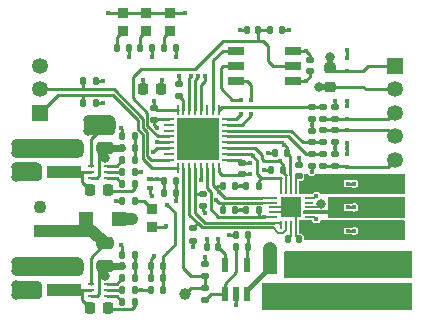
<source format=gbr>
%TF.GenerationSoftware,KiCad,Pcbnew,(6.0.10)*%
%TF.CreationDate,2024-02-10T14:34:54+01:00*%
%TF.ProjectId,TMC6300_HAL,544d4336-3330-4305-9f48-414c2e6b6963,rev?*%
%TF.SameCoordinates,Original*%
%TF.FileFunction,Copper,L1,Top*%
%TF.FilePolarity,Positive*%
%FSLAX46Y46*%
G04 Gerber Fmt 4.6, Leading zero omitted, Abs format (unit mm)*
G04 Created by KiCad (PCBNEW (6.0.10)) date 2024-02-10 14:34:54*
%MOMM*%
%LPD*%
G01*
G04 APERTURE LIST*
G04 Aperture macros list*
%AMRoundRect*
0 Rectangle with rounded corners*
0 $1 Rounding radius*
0 $2 $3 $4 $5 $6 $7 $8 $9 X,Y pos of 4 corners*
0 Add a 4 corners polygon primitive as box body*
4,1,4,$2,$3,$4,$5,$6,$7,$8,$9,$2,$3,0*
0 Add four circle primitives for the rounded corners*
1,1,$1+$1,$2,$3*
1,1,$1+$1,$4,$5*
1,1,$1+$1,$6,$7*
1,1,$1+$1,$8,$9*
0 Add four rect primitives between the rounded corners*
20,1,$1+$1,$2,$3,$4,$5,0*
20,1,$1+$1,$4,$5,$6,$7,0*
20,1,$1+$1,$6,$7,$8,$9,0*
20,1,$1+$1,$8,$9,$2,$3,0*%
G04 Aperture macros list end*
%TA.AperFunction,SMDPad,CuDef*%
%ADD10RoundRect,0.135000X-0.135000X-0.185000X0.135000X-0.185000X0.135000X0.185000X-0.135000X0.185000X0*%
%TD*%
%TA.AperFunction,SMDPad,CuDef*%
%ADD11R,0.950000X0.950000*%
%TD*%
%TA.AperFunction,SMDPad,CuDef*%
%ADD12RoundRect,0.135000X0.135000X0.185000X-0.135000X0.185000X-0.135000X-0.185000X0.135000X-0.185000X0*%
%TD*%
%TA.AperFunction,SMDPad,CuDef*%
%ADD13RoundRect,0.140000X0.140000X0.170000X-0.140000X0.170000X-0.140000X-0.170000X0.140000X-0.170000X0*%
%TD*%
%TA.AperFunction,SMDPad,CuDef*%
%ADD14R,0.500000X0.400000*%
%TD*%
%TA.AperFunction,SMDPad,CuDef*%
%ADD15R,1.200000X1.200000*%
%TD*%
%TA.AperFunction,SMDPad,CuDef*%
%ADD16R,3.000000X1.000000*%
%TD*%
%TA.AperFunction,SMDPad,CuDef*%
%ADD17R,0.600000X0.250000*%
%TD*%
%TA.AperFunction,SMDPad,CuDef*%
%ADD18RoundRect,0.225000X0.225000X0.250000X-0.225000X0.250000X-0.225000X-0.250000X0.225000X-0.250000X0*%
%TD*%
%TA.AperFunction,SMDPad,CuDef*%
%ADD19RoundRect,0.250000X-0.475000X0.250000X-0.475000X-0.250000X0.475000X-0.250000X0.475000X0.250000X0*%
%TD*%
%TA.AperFunction,SMDPad,CuDef*%
%ADD20RoundRect,0.135000X-0.185000X0.135000X-0.185000X-0.135000X0.185000X-0.135000X0.185000X0.135000X0*%
%TD*%
%TA.AperFunction,SMDPad,CuDef*%
%ADD21R,0.430000X0.320000*%
%TD*%
%TA.AperFunction,SMDPad,CuDef*%
%ADD22R,0.320000X0.430000*%
%TD*%
%TA.AperFunction,SMDPad,CuDef*%
%ADD23R,0.850000X0.250000*%
%TD*%
%TA.AperFunction,SMDPad,CuDef*%
%ADD24R,0.250000X0.850000*%
%TD*%
%TA.AperFunction,SMDPad,CuDef*%
%ADD25R,3.600000X3.600000*%
%TD*%
%TA.AperFunction,SMDPad,CuDef*%
%ADD26RoundRect,0.140000X-0.170000X0.140000X-0.170000X-0.140000X0.170000X-0.140000X0.170000X0.140000X0*%
%TD*%
%TA.AperFunction,ComponentPad*%
%ADD27R,1.350000X1.350000*%
%TD*%
%TA.AperFunction,ComponentPad*%
%ADD28C,1.350000*%
%TD*%
%TA.AperFunction,SMDPad,CuDef*%
%ADD29RoundRect,0.225000X-0.250000X0.225000X-0.250000X-0.225000X0.250000X-0.225000X0.250000X0.225000X0*%
%TD*%
%TA.AperFunction,SMDPad,CuDef*%
%ADD30R,1.150000X1.150000*%
%TD*%
%TA.AperFunction,SMDPad,CuDef*%
%ADD31R,1.385000X0.650000*%
%TD*%
%TA.AperFunction,SMDPad,CuDef*%
%ADD32R,0.200000X0.800000*%
%TD*%
%TA.AperFunction,SMDPad,CuDef*%
%ADD33R,0.800000X0.200000*%
%TD*%
%TA.AperFunction,SMDPad,CuDef*%
%ADD34R,1.800000X1.800000*%
%TD*%
%TA.AperFunction,SMDPad,CuDef*%
%ADD35RoundRect,0.140000X0.170000X-0.140000X0.170000X0.140000X-0.170000X0.140000X-0.170000X-0.140000X0*%
%TD*%
%TA.AperFunction,SMDPad,CuDef*%
%ADD36RoundRect,0.135000X0.185000X-0.135000X0.185000X0.135000X-0.185000X0.135000X-0.185000X-0.135000X0*%
%TD*%
%TA.AperFunction,SMDPad,CuDef*%
%ADD37RoundRect,0.140000X-0.140000X-0.170000X0.140000X-0.170000X0.140000X0.170000X-0.140000X0.170000X0*%
%TD*%
%TA.AperFunction,ComponentPad*%
%ADD38R,1.100000X1.100000*%
%TD*%
%TA.AperFunction,ComponentPad*%
%ADD39C,1.100000*%
%TD*%
%TA.AperFunction,SMDPad,CuDef*%
%ADD40C,1.000000*%
%TD*%
%TA.AperFunction,SMDPad,CuDef*%
%ADD41R,0.600000X1.200000*%
%TD*%
%TA.AperFunction,SMDPad,CuDef*%
%ADD42RoundRect,0.225000X-0.225000X-0.250000X0.225000X-0.250000X0.225000X0.250000X-0.225000X0.250000X0*%
%TD*%
%TA.AperFunction,ViaPad*%
%ADD43C,0.450000*%
%TD*%
%TA.AperFunction,ViaPad*%
%ADD44C,0.800000*%
%TD*%
%TA.AperFunction,Conductor*%
%ADD45C,0.250000*%
%TD*%
%TA.AperFunction,Conductor*%
%ADD46C,0.200000*%
%TD*%
%TA.AperFunction,Conductor*%
%ADD47C,0.600000*%
%TD*%
%TA.AperFunction,Conductor*%
%ADD48C,0.500000*%
%TD*%
%TA.AperFunction,Conductor*%
%ADD49C,1.000000*%
%TD*%
%TA.AperFunction,Conductor*%
%ADD50C,0.400000*%
%TD*%
%TA.AperFunction,Conductor*%
%ADD51C,1.200000*%
%TD*%
G04 APERTURE END LIST*
D10*
%TO.P,R109,1*%
%TO.N,Net-(LED103-Pad2)*%
X220490000Y-61000000D03*
%TO.P,R109,2*%
%TO.N,Net-(IC101-Pad28)*%
X221510000Y-61000000D03*
%TD*%
%TO.P,R108,1*%
%TO.N,Net-(LED102-Pad2)*%
X218490000Y-61000000D03*
%TO.P,R108,2*%
%TO.N,Net-(IC101-Pad29)*%
X219510000Y-61000000D03*
%TD*%
D11*
%TO.P,LED103,1*%
%TO.N,VSS*%
X221000000Y-58050000D03*
%TO.P,LED103,2*%
%TO.N,Net-(LED103-Pad2)*%
X221000000Y-59550000D03*
%TD*%
%TO.P,LED102,1*%
%TO.N,VSS*%
X219000000Y-58050000D03*
%TO.P,LED102,2*%
%TO.N,Net-(LED102-Pad2)*%
X219000000Y-59550000D03*
%TD*%
D10*
%TO.P,R107,2*%
%TO.N,VS_ADC*%
X220410000Y-80500000D03*
%TO.P,R107,1*%
%TO.N,VSS*%
X219390000Y-80500000D03*
%TD*%
D12*
%TO.P,R106,2*%
%TO.N,VS*%
X219390000Y-81500000D03*
%TO.P,R106,1*%
%TO.N,VS_ADC*%
X220410000Y-81500000D03*
%TD*%
D13*
%TO.P,C108,2*%
%TO.N,VSS*%
X219420000Y-79500000D03*
%TO.P,C108,1*%
%TO.N,VS_ADC*%
X220380000Y-79500000D03*
%TD*%
D10*
%TO.P,R105,1*%
%TO.N,Net-(LED101-Pad2)*%
X216490000Y-61000000D03*
%TO.P,R105,2*%
%TO.N,Net-(IC101-Pad30)*%
X217510000Y-61000000D03*
%TD*%
D11*
%TO.P,LED101,1*%
%TO.N,VSS*%
X217000000Y-58050000D03*
%TO.P,LED101,2*%
%TO.N,Net-(LED101-Pad2)*%
X217000000Y-59550000D03*
%TD*%
D14*
%TO.P,FB101,1,1*%
%TO.N,VDDA*%
X219300000Y-72100000D03*
%TO.P,FB101,2,2*%
%TO.N,VDD*%
X219300000Y-72900000D03*
%TD*%
D13*
%TO.P,C107,1*%
%TO.N,GND*%
X221480000Y-72300000D03*
%TO.P,C107,2*%
%TO.N,VDDA*%
X220520000Y-72300000D03*
%TD*%
%TO.P,C106,1*%
%TO.N,GND*%
X221480000Y-73300000D03*
%TO.P,C106,2*%
%TO.N,VDDA*%
X220520000Y-73300000D03*
%TD*%
D15*
%TO.P,D301,1*%
%TO.N,VS*%
X213900000Y-75500000D03*
%TO.P,D301,2*%
%TO.N,VSS*%
X216700000Y-75500000D03*
%TD*%
D12*
%TO.P,R311,1*%
%TO.N,Net-(LED301-Pad2)*%
X218010000Y-74000000D03*
%TO.P,R311,2*%
%TO.N,VDD*%
X216990000Y-74000000D03*
%TD*%
%TO.P,R310,1*%
%TO.N,Net-(R306-Pad2)*%
X218010000Y-68500000D03*
%TO.P,R310,2*%
%TO.N,VDD*%
X216990000Y-68500000D03*
%TD*%
D10*
%TO.P,R309,1*%
%TO.N,VSS*%
X216990000Y-69500000D03*
%TO.P,R309,2*%
%TO.N,Net-(R306-Pad2)*%
X218010000Y-69500000D03*
%TD*%
D12*
%TO.P,R308,2*%
%TO.N,/5V0*%
X216990000Y-78500000D03*
%TO.P,R308,1*%
%TO.N,Net-(R305-Pad2)*%
X218010000Y-78500000D03*
%TD*%
D10*
%TO.P,R307,2*%
%TO.N,Net-(R305-Pad2)*%
X218010000Y-79500000D03*
%TO.P,R307,1*%
%TO.N,VSS*%
X216990000Y-79500000D03*
%TD*%
%TO.P,R306,2*%
%TO.N,Net-(R306-Pad2)*%
X218010000Y-70500000D03*
%TO.P,R306,1*%
%TO.N,Net-(IC302-Pad6)*%
X216990000Y-70500000D03*
%TD*%
%TO.P,R305,2*%
%TO.N,Net-(R305-Pad2)*%
X218010000Y-80500000D03*
%TO.P,R305,1*%
%TO.N,Net-(IC301-Pad6)*%
X216990000Y-80500000D03*
%TD*%
D12*
%TO.P,R304,1*%
%TO.N,VS*%
X218010000Y-71500000D03*
%TO.P,R304,2*%
%TO.N,Net-(IC302-Pad5)*%
X216990000Y-71500000D03*
%TD*%
%TO.P,R303,2*%
%TO.N,Net-(IC301-Pad5)*%
X216990000Y-81500000D03*
%TO.P,R303,1*%
%TO.N,VS*%
X218010000Y-81500000D03*
%TD*%
D10*
%TO.P,R302,1*%
%TO.N,Net-(IC302-Pad4)*%
X216990000Y-72500000D03*
%TO.P,R302,2*%
%TO.N,Net-(C306-Pad1)*%
X218010000Y-72500000D03*
%TD*%
%TO.P,R301,2*%
%TO.N,Net-(C305-Pad1)*%
X218010000Y-82500000D03*
%TO.P,R301,1*%
%TO.N,Net-(IC301-Pad4)*%
X216990000Y-82500000D03*
%TD*%
D11*
%TO.P,LED301,1*%
%TO.N,VSS*%
X219500000Y-76150000D03*
%TO.P,LED301,2*%
%TO.N,Net-(LED301-Pad2)*%
X219500000Y-74650000D03*
%TD*%
D16*
%TO.P,L302,1*%
%TO.N,VDD*%
X212000000Y-69500000D03*
%TO.P,L302,2*%
%TO.N,Net-(C306-Pad2)*%
X212000000Y-71500000D03*
%TD*%
%TO.P,L301,2*%
%TO.N,Net-(C305-Pad2)*%
X212000000Y-81500000D03*
%TO.P,L301,1*%
%TO.N,/5V0*%
X212000000Y-79500000D03*
%TD*%
D17*
%TO.P,IC302,1,VIN*%
%TO.N,VS*%
X214300000Y-71000000D03*
%TO.P,IC302,2,SW*%
%TO.N,Net-(C306-Pad2)*%
X214300000Y-71500000D03*
%TO.P,IC302,3,GND*%
%TO.N,VSS*%
X214300000Y-72000000D03*
%TO.P,IC302,4,BST*%
%TO.N,Net-(IC302-Pad4)*%
X215700000Y-72000000D03*
%TO.P,IC302,5,EN*%
%TO.N,Net-(IC302-Pad5)*%
X215700000Y-71500000D03*
%TO.P,IC302,6,FB*%
%TO.N,Net-(IC302-Pad6)*%
X215700000Y-71000000D03*
%TD*%
%TO.P,IC301,6,FB*%
%TO.N,Net-(IC301-Pad6)*%
X215700000Y-81000000D03*
%TO.P,IC301,5,EN*%
%TO.N,Net-(IC301-Pad5)*%
X215700000Y-81500000D03*
%TO.P,IC301,4,BST*%
%TO.N,Net-(IC301-Pad4)*%
X215700000Y-82000000D03*
%TO.P,IC301,3,GND*%
%TO.N,VSS*%
X214300000Y-82000000D03*
%TO.P,IC301,2,SW*%
%TO.N,Net-(C305-Pad2)*%
X214300000Y-81500000D03*
%TO.P,IC301,1,VIN*%
%TO.N,VS*%
X214300000Y-81000000D03*
%TD*%
D18*
%TO.P,C306,2*%
%TO.N,Net-(C306-Pad2)*%
X214225000Y-73000000D03*
%TO.P,C306,1*%
%TO.N,Net-(C306-Pad1)*%
X215775000Y-73000000D03*
%TD*%
%TO.P,C305,1*%
%TO.N,Net-(C305-Pad1)*%
X215775000Y-83000000D03*
%TO.P,C305,2*%
%TO.N,Net-(C305-Pad2)*%
X214225000Y-83000000D03*
%TD*%
D19*
%TO.P,C304,1*%
%TO.N,VS*%
X215500000Y-67550000D03*
%TO.P,C304,2*%
%TO.N,VSS*%
X215500000Y-69450000D03*
%TD*%
%TO.P,C303,2*%
%TO.N,VSS*%
X215500000Y-79450000D03*
%TO.P,C303,1*%
%TO.N,VS*%
X215500000Y-77550000D03*
%TD*%
%TO.P,C302,1*%
%TO.N,VDD*%
X209300000Y-69550000D03*
%TO.P,C302,2*%
%TO.N,VSS*%
X209300000Y-71450000D03*
%TD*%
%TO.P,C301,2*%
%TO.N,VSS*%
X209300000Y-81450000D03*
%TO.P,C301,1*%
%TO.N,/5V0*%
X209300000Y-79550000D03*
%TD*%
%TO.P,C204,1*%
%TO.N,VS*%
X236700000Y-79750000D03*
%TO.P,C204,2*%
%TO.N,VSS*%
X236700000Y-81650000D03*
%TD*%
D20*
%TO.P,R101,1*%
%TO.N,VSS*%
X221800000Y-64040000D03*
%TO.P,R101,2*%
%TO.N,/BOOT0*%
X221800000Y-65060000D03*
%TD*%
D21*
%TO.P,D102,1*%
%TO.N,/BLDC_V*%
X234950000Y-74500000D03*
%TO.P,D102,2*%
%TO.N,VSS*%
X236050000Y-74500000D03*
%TD*%
D22*
%TO.P,D401,1*%
%TO.N,/RAW_HALL_A*%
X236000000Y-67050000D03*
%TO.P,D401,2*%
%TO.N,VSS*%
X236000000Y-65950000D03*
%TD*%
D10*
%TO.P,R205,1*%
%TO.N,VSS*%
X229890000Y-69900000D03*
%TO.P,R205,2*%
%TO.N,/BLDC_UH*%
X230910000Y-69900000D03*
%TD*%
D23*
%TO.P,IC101,1,VDD_1*%
%TO.N,VDD*%
X220950000Y-67000000D03*
%TO.P,IC101,2,PC14-OSC32_IN*%
%TO.N,unconnected-(IC101-Pad2)*%
X220950000Y-67500000D03*
%TO.P,IC101,3,PC15-OSC32_OUT*%
%TO.N,unconnected-(IC101-Pad3)*%
X220950000Y-68000000D03*
%TO.P,IC101,4,NRST*%
%TO.N,NRST*%
X220950000Y-68500000D03*
%TO.P,IC101,5,VDDA/VREF+*%
%TO.N,VDDA*%
X220950000Y-69000000D03*
%TO.P,IC101,6,PA0/CK_IN*%
%TO.N,VS_ADC*%
X220950000Y-69500000D03*
%TO.P,IC101,7,PA1*%
%TO.N,unconnected-(IC101-Pad7)*%
X220950000Y-70000000D03*
%TO.P,IC101,8,PA2*%
%TO.N,/CMD_RX*%
X220950000Y-70500000D03*
D24*
%TO.P,IC101,9,PA3*%
%TO.N,/CMD_TX*%
X221650000Y-71200000D03*
%TO.P,IC101,10,PA4*%
%TO.N,/BLDC_ISENSE*%
X222150000Y-71200000D03*
%TO.P,IC101,11,PA5*%
%TO.N,/BLDC_DIAG*%
X222650000Y-71200000D03*
%TO.P,IC101,12,PA6*%
%TO.N,/BLDC_NSTBY*%
X223150000Y-71200000D03*
%TO.P,IC101,13,PA7*%
%TO.N,/BLDC_WL*%
X223650000Y-71200000D03*
%TO.P,IC101,14,PB0*%
%TO.N,/BLDC_VL*%
X224150000Y-71200000D03*
%TO.P,IC101,15,PB1*%
%TO.N,/BLDC_UL*%
X224650000Y-71200000D03*
%TO.P,IC101,16,VSS_1*%
%TO.N,VSS*%
X225150000Y-71200000D03*
D23*
%TO.P,IC101,17,VDD_2*%
%TO.N,VDD*%
X225850000Y-70500000D03*
%TO.P,IC101,18,PA8*%
%TO.N,/BLDC_WH*%
X225850000Y-70000000D03*
%TO.P,IC101,19,PA9*%
%TO.N,/BLDC_VH*%
X225850000Y-69500000D03*
%TO.P,IC101,20,PA10*%
%TO.N,/BLDC_UH*%
X225850000Y-69000000D03*
%TO.P,IC101,21,PA11*%
%TO.N,/HALL_C*%
X225850000Y-68500000D03*
%TO.P,IC101,22,PA12*%
%TO.N,/HALL_B*%
X225850000Y-68000000D03*
%TO.P,IC101,23,PA13*%
%TO.N,SYS_SWDIO*%
X225850000Y-67500000D03*
%TO.P,IC101,24,PA14*%
%TO.N,SYS_SWCLK*%
X225850000Y-67000000D03*
D24*
%TO.P,IC101,25,PA15*%
%TO.N,/HALL_A*%
X225150000Y-66300000D03*
%TO.P,IC101,26,PB3*%
%TO.N,SYS_SWO*%
X224650000Y-66300000D03*
%TO.P,IC101,27,PB4*%
%TO.N,unconnected-(IC101-Pad27)*%
X224150000Y-66300000D03*
%TO.P,IC101,28,PB5*%
%TO.N,Net-(IC101-Pad28)*%
X223650000Y-66300000D03*
%TO.P,IC101,29,PB6*%
%TO.N,Net-(IC101-Pad29)*%
X223150000Y-66300000D03*
%TO.P,IC101,30,PB7*%
%TO.N,Net-(IC101-Pad30)*%
X222650000Y-66300000D03*
%TO.P,IC101,31,PH3/BOOT0*%
%TO.N,/BOOT0*%
X222150000Y-66300000D03*
%TO.P,IC101,32,VSS_2*%
%TO.N,VSS*%
X221650000Y-66300000D03*
D25*
%TO.P,IC101,33,GND*%
X223400000Y-68750000D03*
%TD*%
D20*
%TO.P,R405,1*%
%TO.N,/HALL_C*%
X234000000Y-69990000D03*
%TO.P,R405,2*%
%TO.N,/RAW_HALL_C*%
X234000000Y-71010000D03*
%TD*%
D10*
%TO.P,R204,1*%
%TO.N,/BLDC_WL*%
X225490000Y-74700000D03*
%TO.P,R204,2*%
%TO.N,VSS*%
X226510000Y-74700000D03*
%TD*%
D26*
%TO.P,C102,1*%
%TO.N,VDD*%
X227150000Y-70750000D03*
%TO.P,C102,2*%
%TO.N,VSS*%
X227150000Y-71710000D03*
%TD*%
D27*
%TO.P,J101,1,1*%
%TO.N,/5V0*%
X240050000Y-62500000D03*
D28*
%TO.P,J101,2,2*%
%TO.N,VSS*%
X240050000Y-64500000D03*
%TO.P,J101,3,3*%
%TO.N,/RAW_HALL_A*%
X240050000Y-66500000D03*
%TO.P,J101,4,4*%
%TO.N,/RAW_HALL_B*%
X240050000Y-68500000D03*
%TO.P,J101,5,5*%
%TO.N,/RAW_HALL_C*%
X240050000Y-70500000D03*
%TO.P,J101,6,6*%
%TO.N,/BLDC_W*%
X240050000Y-72500000D03*
%TO.P,J101,7,7*%
%TO.N,/BLDC_V*%
X240050000Y-74500000D03*
%TO.P,J101,8,8*%
%TO.N,/BLDC_U*%
X240050000Y-76500000D03*
%TD*%
D19*
%TO.P,C205,1*%
%TO.N,VS*%
X234700000Y-79750000D03*
%TO.P,C205,2*%
%TO.N,VSS*%
X234700000Y-81650000D03*
%TD*%
D29*
%TO.P,C403,1*%
%TO.N,/5V0*%
X234600000Y-62725000D03*
%TO.P,C403,2*%
%TO.N,VSS*%
X234600000Y-64275000D03*
%TD*%
D13*
%TO.P,C209,1*%
%TO.N,VSS*%
X231930000Y-77200000D03*
%TO.P,C209,2*%
%TO.N,Net-(C209-Pad2)*%
X230970000Y-77200000D03*
%TD*%
D20*
%TO.P,R208,1*%
%TO.N,/BLDC_ISENSE*%
X224000000Y-81290000D03*
%TO.P,R208,2*%
%TO.N,Net-(IC202-Pad1)*%
X224000000Y-82310000D03*
%TD*%
D30*
%TO.P,R212,1*%
%TO.N,Net-(IC201-Pad16)*%
X229500000Y-79525000D03*
%TO.P,R212,2*%
%TO.N,VSS*%
X229500000Y-81875000D03*
%TD*%
D10*
%TO.P,R202,1*%
%TO.N,/BLDC_UL*%
X225490000Y-72700000D03*
%TO.P,R202,2*%
%TO.N,VSS*%
X226510000Y-72700000D03*
%TD*%
D31*
%TO.P,J104,1,1*%
%TO.N,VDD*%
X231408000Y-63770000D03*
%TO.P,J104,2,2*%
%TO.N,SYS_SWDIO*%
X226592000Y-63770000D03*
%TO.P,J104,3,3*%
%TO.N,NRST*%
X231408000Y-62500000D03*
%TO.P,J104,4,4*%
%TO.N,SYS_SWCLK*%
X226592000Y-62500000D03*
%TO.P,J104,5,5*%
%TO.N,VSS*%
X231408000Y-61230000D03*
%TO.P,J104,6,6*%
%TO.N,SYS_SWO*%
X226592000Y-61230000D03*
%TD*%
D26*
%TO.P,C207,1*%
%TO.N,VS*%
X231900000Y-70920000D03*
%TO.P,C207,2*%
%TO.N,Net-(C207-Pad2)*%
X231900000Y-71880000D03*
%TD*%
D21*
%TO.P,D103,1*%
%TO.N,/BLDC_U*%
X234950000Y-76500000D03*
%TO.P,D103,2*%
%TO.N,VSS*%
X236050000Y-76500000D03*
%TD*%
D32*
%TO.P,IC201,1,W*%
%TO.N,/BLDC_W*%
X232050000Y-73000000D03*
%TO.P,IC201,2,VCP*%
%TO.N,Net-(C207-Pad2)*%
X231650000Y-73000000D03*
%TO.P,IC201,3,UH*%
%TO.N,/BLDC_UH*%
X231250000Y-73000000D03*
%TO.P,IC201,4,VH*%
%TO.N,/BLDC_VH*%
X230850000Y-73000000D03*
%TO.P,IC201,5,WH*%
%TO.N,/BLDC_WH*%
X230450000Y-73000000D03*
D33*
%TO.P,IC201,6,UL*%
%TO.N,/BLDC_UL*%
X229750000Y-73700000D03*
%TO.P,IC201,7,WL*%
%TO.N,/BLDC_WL*%
X229750000Y-74100000D03*
%TO.P,IC201,8,GND_1*%
%TO.N,VSS*%
X229750000Y-74500000D03*
%TO.P,IC201,9,GND_2*%
X229750000Y-74900000D03*
%TO.P,IC201,10,VL*%
%TO.N,/BLDC_VL*%
X229750000Y-75300000D03*
D32*
%TO.P,IC201,11,VIO/NSTDBY*%
%TO.N,/BLDC_NSTBY*%
X230450000Y-76000000D03*
%TO.P,IC201,12,DIAG*%
%TO.N,/BLDC_DIAG*%
X230850000Y-76000000D03*
%TO.P,IC201,13,1.8VOUT*%
%TO.N,Net-(C209-Pad2)*%
X231250000Y-76000000D03*
%TO.P,IC201,14,GND_3*%
%TO.N,VSS*%
X231650000Y-76000000D03*
%TO.P,IC201,15,U*%
%TO.N,/BLDC_U*%
X232050000Y-76000000D03*
D33*
%TO.P,IC201,16,BRUV*%
%TO.N,Net-(IC201-Pad16)*%
X232750000Y-75300000D03*
%TO.P,IC201,17,V*%
%TO.N,/BLDC_V*%
X232750000Y-74900000D03*
%TO.P,IC201,18,VS*%
%TO.N,VS*%
X232750000Y-74500000D03*
%TO.P,IC201,19,-*%
%TO.N,unconnected-(IC201-Pad19)*%
X232750000Y-74100000D03*
%TO.P,IC201,20,BRW*%
%TO.N,Net-(IC201-Pad16)*%
X232750000Y-73700000D03*
D34*
%TO.P,IC201,21,EP*%
%TO.N,VSS*%
X231250000Y-74500000D03*
%TD*%
D26*
%TO.P,C208,1*%
%TO.N,VSS*%
X224000000Y-79320000D03*
%TO.P,C208,2*%
%TO.N,/BLDC_ISENSE*%
X224000000Y-80280000D03*
%TD*%
D35*
%TO.P,C101,1*%
%TO.N,VDD*%
X219700000Y-67080000D03*
%TO.P,C101,2*%
%TO.N,VSS*%
X219700000Y-66120000D03*
%TD*%
D26*
%TO.P,C201,1*%
%TO.N,VS*%
X231100000Y-80220000D03*
%TO.P,C201,2*%
%TO.N,VSS*%
X231100000Y-81180000D03*
%TD*%
D19*
%TO.P,C206,1*%
%TO.N,VS*%
X238700000Y-79750000D03*
%TO.P,C206,2*%
%TO.N,VSS*%
X238700000Y-81650000D03*
%TD*%
D22*
%TO.P,D402,1*%
%TO.N,/5V0*%
X236000000Y-62950000D03*
%TO.P,D402,2*%
%TO.N,VSS*%
X236000000Y-61850000D03*
%TD*%
D12*
%TO.P,R103,1*%
%TO.N,VDD*%
X214710000Y-65700000D03*
%TO.P,R103,2*%
%TO.N,/CMD_TX*%
X213690000Y-65700000D03*
%TD*%
D36*
%TO.P,R402,1*%
%TO.N,/RAW_HALL_A*%
X235000000Y-67010000D03*
%TO.P,R402,2*%
%TO.N,VDD*%
X235000000Y-65990000D03*
%TD*%
D20*
%TO.P,R210,1*%
%TO.N,/BLDC_DIAG*%
X223000000Y-76290000D03*
%TO.P,R210,2*%
%TO.N,VSS*%
X223000000Y-77310000D03*
%TD*%
D26*
%TO.P,C104,1*%
%TO.N,VSS*%
X232900000Y-62020000D03*
%TO.P,C104,2*%
%TO.N,VDD*%
X232900000Y-62980000D03*
%TD*%
D37*
%TO.P,C105,1*%
%TO.N,VSS*%
X227530000Y-59500000D03*
%TO.P,C105,2*%
%TO.N,NRST*%
X228490000Y-59500000D03*
%TD*%
D38*
%TO.P,J103,1,1*%
%TO.N,VS*%
X210000000Y-76500000D03*
D39*
%TO.P,J103,2,2*%
%TO.N,VSS*%
X210000000Y-74500000D03*
%TD*%
D40*
%TO.P,TP207,1,1*%
%TO.N,/BLDC_ISENSE*%
X222300000Y-81800000D03*
%TD*%
D20*
%TO.P,R207,1*%
%TO.N,/BLDC_NSTBY*%
X223800000Y-73390000D03*
%TO.P,R207,2*%
%TO.N,VSS*%
X223800000Y-74410000D03*
%TD*%
D10*
%TO.P,R102,1*%
%TO.N,/CMD_RX*%
X213690000Y-63800000D03*
%TO.P,R102,2*%
%TO.N,VDD*%
X214710000Y-63800000D03*
%TD*%
%TO.P,R104,1*%
%TO.N,NRST*%
X229500000Y-59500000D03*
%TO.P,R104,2*%
%TO.N,VDD*%
X230520000Y-59500000D03*
%TD*%
D12*
%TO.P,R206,1*%
%TO.N,/BLDC_VL*%
X228510000Y-74700000D03*
%TO.P,R206,2*%
%TO.N,VSS*%
X227490000Y-74700000D03*
%TD*%
D10*
%TO.P,R201,1*%
%TO.N,VSS*%
X227490000Y-72700000D03*
%TO.P,R201,2*%
%TO.N,/BLDC_WH*%
X228510000Y-72700000D03*
%TD*%
D36*
%TO.P,R403,1*%
%TO.N,/HALL_B*%
X234000000Y-69000000D03*
%TO.P,R403,2*%
%TO.N,/RAW_HALL_B*%
X234000000Y-67980000D03*
%TD*%
D12*
%TO.P,R211,1*%
%TO.N,Net-(IC202-Pad4)*%
X227610000Y-77900000D03*
%TO.P,R211,2*%
%TO.N,Net-(IC202-Pad1)*%
X226590000Y-77900000D03*
%TD*%
D36*
%TO.P,R406,1*%
%TO.N,/RAW_HALL_C*%
X235000000Y-71010000D03*
%TO.P,R406,2*%
%TO.N,VDD*%
X235000000Y-69990000D03*
%TD*%
D19*
%TO.P,C203,1*%
%TO.N,VS*%
X232700000Y-79750000D03*
%TO.P,C203,2*%
%TO.N,VSS*%
X232700000Y-81650000D03*
%TD*%
%TO.P,C202,1*%
%TO.N,VS*%
X240700000Y-79750000D03*
%TO.P,C202,2*%
%TO.N,VSS*%
X240700000Y-81650000D03*
%TD*%
D41*
%TO.P,IC202,1,OUT*%
%TO.N,Net-(IC202-Pad1)*%
X225650000Y-81850000D03*
%TO.P,IC202,2,V-*%
%TO.N,VSS*%
X226600000Y-81850000D03*
%TO.P,IC202,3,+IN*%
%TO.N,Net-(IC201-Pad16)*%
X227550000Y-81850000D03*
%TO.P,IC202,4,-IN*%
%TO.N,Net-(IC202-Pad4)*%
X227550000Y-79350000D03*
%TO.P,IC202,5,V+*%
%TO.N,VDD*%
X225650000Y-79350000D03*
%TD*%
D35*
%TO.P,C402,1*%
%TO.N,/HALL_B*%
X233000000Y-68980000D03*
%TO.P,C402,2*%
%TO.N,VSS*%
X233000000Y-68020000D03*
%TD*%
D22*
%TO.P,D403,1*%
%TO.N,/RAW_HALL_B*%
X236000000Y-67950000D03*
%TO.P,D403,2*%
%TO.N,VSS*%
X236000000Y-69050000D03*
%TD*%
D42*
%TO.P,C103,1*%
%TO.N,VDD*%
X218725000Y-64500000D03*
%TO.P,C103,2*%
%TO.N,VSS*%
X220275000Y-64500000D03*
%TD*%
D21*
%TO.P,D101,1*%
%TO.N,/BLDC_W*%
X234950000Y-72500000D03*
%TO.P,D101,2*%
%TO.N,VSS*%
X236050000Y-72500000D03*
%TD*%
D13*
%TO.P,C210,1*%
%TO.N,VDD*%
X225080000Y-77900000D03*
%TO.P,C210,2*%
%TO.N,VSS*%
X224120000Y-77900000D03*
%TD*%
D20*
%TO.P,R404,1*%
%TO.N,/RAW_HALL_B*%
X235000000Y-67990000D03*
%TO.P,R404,2*%
%TO.N,VDD*%
X235000000Y-69010000D03*
%TD*%
%TO.P,R401,1*%
%TO.N,/HALL_A*%
X234000000Y-66000000D03*
%TO.P,R401,2*%
%TO.N,/RAW_HALL_A*%
X234000000Y-67020000D03*
%TD*%
D26*
%TO.P,C401,1*%
%TO.N,/HALL_A*%
X233000000Y-66020000D03*
%TO.P,C401,2*%
%TO.N,VSS*%
X233000000Y-66980000D03*
%TD*%
D10*
%TO.P,R209,1*%
%TO.N,VSS*%
X226590000Y-76800000D03*
%TO.P,R209,2*%
%TO.N,Net-(IC202-Pad4)*%
X227610000Y-76800000D03*
%TD*%
D26*
%TO.P,C404,1*%
%TO.N,/HALL_C*%
X233000000Y-70020000D03*
%TO.P,C404,2*%
%TO.N,VSS*%
X233000000Y-70980000D03*
%TD*%
D22*
%TO.P,D404,1*%
%TO.N,/RAW_HALL_C*%
X236000000Y-71050000D03*
%TO.P,D404,2*%
%TO.N,VSS*%
X236000000Y-69950000D03*
%TD*%
D28*
%TO.P,J102,3,3*%
%TO.N,VSS*%
X210000000Y-62500000D03*
%TO.P,J102,2,2*%
%TO.N,/CMD_RX*%
X210000000Y-64500000D03*
D27*
%TO.P,J102,1,1*%
%TO.N,/CMD_TX*%
X210000000Y-66500000D03*
%TD*%
D10*
%TO.P,R203,1*%
%TO.N,VSS*%
X229580000Y-71300000D03*
%TO.P,R203,2*%
%TO.N,/BLDC_VH*%
X230600000Y-71300000D03*
%TD*%
D43*
%TO.N,VSS*%
X219700000Y-78600000D03*
%TO.N,Net-(IC101-Pad28)*%
X224000000Y-63400000D03*
%TO.N,Net-(IC101-Pad29)*%
X223400000Y-63400000D03*
%TO.N,Net-(IC101-Pad30)*%
X222800000Y-63400000D03*
%TO.N,VSS*%
X222300000Y-58050000D03*
X215750000Y-58050000D03*
%TO.N,Net-(IC101-Pad28)*%
X221510000Y-61790000D03*
%TO.N,Net-(IC101-Pad29)*%
X219510000Y-61790000D03*
%TO.N,Net-(IC101-Pad30)*%
X217510000Y-61790000D03*
%TO.N,VS_ADC*%
X220800000Y-74300000D03*
X219600000Y-69800000D03*
%TO.N,VDDA*%
X219900000Y-69000000D03*
%TO.N,VDD*%
X219500000Y-73500000D03*
%TO.N,GND*%
X221500000Y-74000000D03*
%TO.N,VDDA*%
X219900000Y-72100000D03*
%TO.N,VDD*%
X215300000Y-65700000D03*
X215300000Y-63800000D03*
%TO.N,VSS*%
X220700000Y-76100000D03*
%TO.N,VDD*%
X216400000Y-74000000D03*
D44*
%TO.N,VSS*%
X233600000Y-64300000D03*
%TO.N,/5V0*%
X234600000Y-61800000D03*
D43*
X216900000Y-77700000D03*
D44*
%TO.N,VSS*%
X215550000Y-70300000D03*
D43*
%TO.N,VDD*%
X216900000Y-67800000D03*
D44*
%TO.N,VS*%
X214100000Y-67100000D03*
X214100000Y-68000000D03*
D43*
X218600000Y-71500000D03*
X218600000Y-81500000D03*
D44*
%TO.N,VSS*%
X215500000Y-80300000D03*
X217800000Y-75500000D03*
%TO.N,/5V0*%
X208000000Y-79100000D03*
X208000000Y-79900000D03*
%TO.N,VSS*%
X208000000Y-81900000D03*
X208000000Y-81100000D03*
%TO.N,VDD*%
X208000000Y-69100000D03*
%TO.N,VSS*%
X208000000Y-71100000D03*
X208000000Y-71900000D03*
%TO.N,VDD*%
X208000000Y-69900000D03*
D43*
X218700000Y-63700000D03*
X235000000Y-65500000D03*
X225080000Y-77200000D03*
X235000000Y-69500000D03*
X219950000Y-67750000D03*
X231110000Y-59500000D03*
X227800000Y-70750000D03*
X232500000Y-63770000D03*
D44*
%TO.N,/BLDC_ISENSE*%
X222300000Y-81800000D03*
D43*
%TO.N,/BLDC_WL*%
X224950000Y-73850000D03*
X223650000Y-72150000D03*
%TO.N,/BLDC_VL*%
X229000000Y-75300000D03*
%TO.N,/BLDC_UL*%
X225200000Y-73200000D03*
%TO.N,VSS*%
X236600000Y-76500000D03*
D44*
X236700000Y-82700000D03*
D43*
X233000000Y-71500000D03*
X236000000Y-61200000D03*
X219700000Y-65500000D03*
X236600000Y-74500000D03*
X220300000Y-63700000D03*
X226600000Y-82800000D03*
X229000000Y-71300000D03*
X226910000Y-59500000D03*
X227810000Y-71710000D03*
X221900000Y-67250000D03*
D44*
X234700000Y-82700000D03*
D43*
X233000000Y-67500000D03*
X223000000Y-77900000D03*
X236600000Y-72500000D03*
D44*
X240700000Y-82700000D03*
D43*
X224000000Y-78700000D03*
X232500000Y-61230000D03*
X236000000Y-69500000D03*
X224000000Y-75000000D03*
X231750000Y-75000000D03*
X230750000Y-75000000D03*
X221800000Y-63400000D03*
D44*
X232700000Y-82700000D03*
D43*
X236000000Y-65500000D03*
X224900000Y-67250000D03*
X226000000Y-76800000D03*
X227000000Y-74700000D03*
X221900000Y-70250000D03*
X231750000Y-74000000D03*
D44*
X238700000Y-82700000D03*
D43*
X229300000Y-69900000D03*
X230750000Y-74000000D03*
X224120000Y-77200000D03*
X227000000Y-72700000D03*
X224900000Y-70250000D03*
%TO.N,/BLDC_WH*%
X228000000Y-70150000D03*
%TO.N,/BLDC_VH*%
X230300000Y-70600000D03*
%TO.N,/BLDC_UH*%
X230700000Y-69200000D03*
%TO.N,SYS_SWDIO*%
X227900000Y-66600000D03*
X227900000Y-65400000D03*
%TO.N,SYS_SWCLK*%
X227000000Y-65400000D03*
X227000000Y-66600000D03*
%TO.N,Net-(IC201-Pad16)*%
X233400000Y-75500000D03*
X233400000Y-73500000D03*
D44*
X229500000Y-78000000D03*
%TO.N,VS*%
X232700000Y-78700000D03*
X236700000Y-78700000D03*
X238700000Y-78700000D03*
X240700000Y-78700000D03*
D43*
X231900000Y-70300000D03*
D44*
X233800000Y-74200000D03*
X234700000Y-78700000D03*
%TD*%
D45*
%TO.N,/BLDC_VL*%
X228510000Y-75210000D02*
X228510000Y-74700000D01*
X228600000Y-75300000D02*
X228510000Y-75210000D01*
X225110643Y-75300000D02*
X224472000Y-74661357D01*
X224472000Y-73172000D02*
X224150000Y-72850000D01*
D46*
X229000000Y-75300000D02*
X229750000Y-75300000D01*
D45*
X229000000Y-75300000D02*
X228600000Y-75300000D01*
X229000000Y-75300000D02*
X225110643Y-75300000D01*
X224150000Y-72850000D02*
X224150000Y-71200000D01*
X224472000Y-74661357D02*
X224472000Y-73172000D01*
%TO.N,/BLDC_UL*%
X225200000Y-73200000D02*
X224900000Y-72900000D01*
X225200000Y-73200000D02*
X225700000Y-73700000D01*
X225700000Y-73700000D02*
X228800000Y-73700000D01*
%TO.N,VSS*%
X219700000Y-78600000D02*
X219420000Y-78880000D01*
X219420000Y-78880000D02*
X219420000Y-79500000D01*
D47*
X216990000Y-79500000D02*
X215550000Y-79500000D01*
D45*
%TO.N,Net-(IC101-Pad28)*%
X224000000Y-63800000D02*
X224000000Y-63400000D01*
X223900000Y-63900000D02*
X224000000Y-63800000D01*
X223650000Y-64150000D02*
X223900000Y-63900000D01*
X223650000Y-66300000D02*
X223650000Y-64150000D01*
%TO.N,Net-(IC101-Pad29)*%
X223150000Y-63725995D02*
X223150000Y-66300000D01*
X223400000Y-63400000D02*
X223400000Y-63475995D01*
X223400000Y-63475995D02*
X223150000Y-63725995D01*
%TO.N,Net-(IC101-Pad30)*%
X222650000Y-63550000D02*
X222800000Y-63400000D01*
X222650000Y-66300000D02*
X222650000Y-63550000D01*
%TO.N,VSS*%
X221800000Y-63400000D02*
X221800000Y-64040000D01*
%TO.N,/BOOT0*%
X222150000Y-65410000D02*
X221800000Y-65060000D01*
X222150000Y-66300000D02*
X222150000Y-65410000D01*
%TO.N,VSS*%
X221000000Y-58050000D02*
X222300000Y-58050000D01*
X215750000Y-58050000D02*
X217000000Y-58050000D01*
%TO.N,Net-(IC101-Pad28)*%
X221510000Y-61000000D02*
X221510000Y-61790000D01*
%TO.N,Net-(IC101-Pad29)*%
X219510000Y-61000000D02*
X219510000Y-61790000D01*
%TO.N,Net-(IC101-Pad30)*%
X217510000Y-61000000D02*
X217510000Y-61790000D01*
%TO.N,Net-(LED101-Pad2)*%
X216490000Y-60060000D02*
X217000000Y-59550000D01*
X216490000Y-61000000D02*
X216490000Y-60060000D01*
%TO.N,Net-(LED102-Pad2)*%
X218490000Y-60060000D02*
X219000000Y-59550000D01*
X218490000Y-61000000D02*
X218490000Y-60060000D01*
%TO.N,Net-(LED103-Pad2)*%
X220490000Y-60060000D02*
X221000000Y-59550000D01*
X220490000Y-61000000D02*
X220490000Y-60060000D01*
%TO.N,VSS*%
X219000000Y-58050000D02*
X221000000Y-58050000D01*
X217000000Y-58050000D02*
X219000000Y-58050000D01*
%TO.N,NRST*%
X220000000Y-68500000D02*
X220950000Y-68500000D01*
X219100000Y-67600000D02*
X220000000Y-68500000D01*
X217850000Y-63500000D02*
X217850000Y-65250000D01*
X218550000Y-62800000D02*
X217850000Y-63500000D01*
X223100000Y-62800000D02*
X218550000Y-62800000D01*
X217850000Y-65250000D02*
X219100000Y-66500000D01*
X219100000Y-66500000D02*
X219100000Y-67600000D01*
X228500000Y-60400000D02*
X225500000Y-60400000D01*
X225500000Y-60400000D02*
X223100000Y-62800000D01*
X228490000Y-59500000D02*
X228490000Y-60390000D01*
X228490000Y-60390000D02*
X228500000Y-60400000D01*
X228500000Y-60400000D02*
X228900000Y-60400000D01*
X229500000Y-59500000D02*
X228490000Y-59500000D01*
X229700000Y-62500000D02*
X231408000Y-62500000D01*
X229300000Y-62100000D02*
X229700000Y-62500000D01*
X229300000Y-60800000D02*
X229300000Y-62100000D01*
X228900000Y-60400000D02*
X229300000Y-60800000D01*
%TO.N,VDDA*%
X220520000Y-72300000D02*
X220520000Y-73300000D01*
%TO.N,VS_ADC*%
X221400000Y-74900000D02*
X220800000Y-74300000D01*
X221400000Y-75100000D02*
X221400000Y-74900000D01*
X221400000Y-77700000D02*
X221400000Y-75100000D01*
X220380000Y-78720000D02*
X220800000Y-78300000D01*
X220800000Y-78300000D02*
X221400000Y-77700000D01*
X220380000Y-79500000D02*
X220380000Y-78720000D01*
%TO.N,VS*%
X218600000Y-81500000D02*
X219390000Y-81500000D01*
%TO.N,VS_ADC*%
X220410000Y-81500000D02*
X220410000Y-80500000D01*
X220410000Y-79530000D02*
X220380000Y-79500000D01*
X220410000Y-80500000D02*
X220410000Y-79530000D01*
%TO.N,VSS*%
X219420000Y-80470000D02*
X219390000Y-80500000D01*
X219420000Y-79500000D02*
X219420000Y-80470000D01*
%TO.N,VS_ADC*%
X219900000Y-69500000D02*
X219600000Y-69800000D01*
X220950000Y-69500000D02*
X219900000Y-69500000D01*
%TO.N,VDDA*%
X220950000Y-69000000D02*
X219900000Y-69000000D01*
X220320000Y-72100000D02*
X220520000Y-72300000D01*
X219900000Y-72100000D02*
X220320000Y-72100000D01*
X219300000Y-72100000D02*
X219900000Y-72100000D01*
%TO.N,VDD*%
X219300000Y-73300000D02*
X219500000Y-73500000D01*
X219300000Y-72900000D02*
X219300000Y-73300000D01*
%TO.N,GND*%
X221480000Y-73980000D02*
X221500000Y-74000000D01*
X221480000Y-73300000D02*
X221480000Y-73980000D01*
X221480000Y-72300000D02*
X221480000Y-73300000D01*
D46*
%TO.N,VS*%
X233500000Y-74500000D02*
X233800000Y-74200000D01*
X232750000Y-74500000D02*
X233500000Y-74500000D01*
%TO.N,Net-(C207-Pad2)*%
X231650000Y-72130000D02*
X231900000Y-71880000D01*
X231650000Y-73000000D02*
X231650000Y-72130000D01*
D45*
%TO.N,VSS*%
X220650000Y-76150000D02*
X220700000Y-76100000D01*
X219500000Y-76150000D02*
X220650000Y-76150000D01*
%TO.N,/CMD_RX*%
X218722000Y-66987428D02*
X216234572Y-64500000D01*
X216234572Y-64500000D02*
X213700000Y-64500000D01*
X219078000Y-70178000D02*
X219078000Y-68112573D01*
X219078000Y-68112573D02*
X218722000Y-67756573D01*
X219400000Y-70500000D02*
X219078000Y-70178000D01*
X218722000Y-67756573D02*
X218722000Y-66987428D01*
X220950000Y-70500000D02*
X219400000Y-70500000D01*
%TO.N,/CMD_TX*%
X218344000Y-67144000D02*
X216200000Y-65000000D01*
X218344000Y-67965285D02*
X218344000Y-67144000D01*
X218700000Y-68321285D02*
X218344000Y-67965285D01*
X216200000Y-65000000D02*
X213700000Y-65000000D01*
X221650000Y-71200000D02*
X219500000Y-71200000D01*
X219500000Y-71200000D02*
X218700000Y-70400000D01*
X218700000Y-70400000D02*
X218700000Y-68321285D01*
%TO.N,VDD*%
X214710000Y-65700000D02*
X215300000Y-65700000D01*
X214710000Y-63800000D02*
X215300000Y-63800000D01*
%TO.N,/CMD_TX*%
X213690000Y-65700000D02*
X213690000Y-65010000D01*
X213700000Y-65000000D02*
X211500000Y-65000000D01*
X213690000Y-65010000D02*
X213700000Y-65000000D01*
%TO.N,/CMD_RX*%
X213700000Y-64500000D02*
X210000000Y-64500000D01*
X213690000Y-63800000D02*
X213690000Y-64490000D01*
X213690000Y-64490000D02*
X213700000Y-64500000D01*
%TO.N,/CMD_TX*%
X211500000Y-65000000D02*
X210000000Y-66500000D01*
%TO.N,VDD*%
X219700000Y-67500000D02*
X219700000Y-67080000D01*
X219950000Y-67750000D02*
X219700000Y-67500000D01*
%TO.N,/BLDC_ISENSE*%
X222810000Y-81290000D02*
X222300000Y-81800000D01*
X224000000Y-81290000D02*
X222810000Y-81290000D01*
%TO.N,Net-(LED301-Pad2)*%
X218850000Y-74000000D02*
X219500000Y-74650000D01*
X218010000Y-74000000D02*
X218850000Y-74000000D01*
%TO.N,VDD*%
X216990000Y-74000000D02*
X216400000Y-74000000D01*
%TO.N,VSS*%
X219700000Y-65500000D02*
X219700000Y-66120000D01*
X237600000Y-64500000D02*
X240050000Y-64500000D01*
X237375000Y-64275000D02*
X237600000Y-64500000D01*
X234600000Y-64275000D02*
X237375000Y-64275000D01*
D48*
%TO.N,/5V0*%
X234600000Y-61800000D02*
X234600000Y-62725000D01*
%TO.N,VSS*%
X234575000Y-64300000D02*
X234600000Y-64275000D01*
X233600000Y-64300000D02*
X234575000Y-64300000D01*
D45*
%TO.N,/5V0*%
X237800000Y-62500000D02*
X240050000Y-62500000D01*
X234825000Y-62950000D02*
X237350000Y-62950000D01*
X237350000Y-62950000D02*
X237800000Y-62500000D01*
X234600000Y-62725000D02*
X234825000Y-62950000D01*
X216990000Y-77790000D02*
X216900000Y-77700000D01*
X216990000Y-78500000D02*
X216990000Y-77790000D01*
D48*
%TO.N,VSS*%
X215550000Y-70350000D02*
X215550000Y-69500000D01*
D45*
%TO.N,VDD*%
X216990000Y-67890000D02*
X216900000Y-67800000D01*
X216990000Y-68500000D02*
X216990000Y-67890000D01*
%TO.N,VS*%
X218010000Y-71500000D02*
X218600000Y-71500000D01*
X218010000Y-81500000D02*
X218600000Y-81500000D01*
D48*
%TO.N,VSS*%
X215500000Y-80300000D02*
X215500000Y-79450000D01*
D49*
X216700000Y-75500000D02*
X217800000Y-75500000D01*
%TO.N,VS*%
X213900000Y-76300000D02*
X213700000Y-76500000D01*
X213700000Y-76500000D02*
X214450000Y-76500000D01*
X213900000Y-75500000D02*
X213900000Y-76300000D01*
X210000000Y-76500000D02*
X213700000Y-76500000D01*
X214450000Y-76500000D02*
X215500000Y-77550000D01*
D45*
%TO.N,VSS*%
X215000000Y-71800000D02*
X215000000Y-69950000D01*
X214800000Y-72000000D02*
X215000000Y-71800000D01*
X215000000Y-69950000D02*
X215500000Y-69450000D01*
X214300000Y-72000000D02*
X214800000Y-72000000D01*
%TO.N,VS*%
X214300000Y-68750000D02*
X215500000Y-67550000D01*
X214300000Y-71000000D02*
X214300000Y-68750000D01*
%TO.N,Net-(C306-Pad1)*%
X218010000Y-72890000D02*
X218010000Y-72500000D01*
X217800000Y-73100000D02*
X218010000Y-72890000D01*
X215875000Y-73100000D02*
X217800000Y-73100000D01*
X215775000Y-73000000D02*
X215875000Y-73100000D01*
%TO.N,Net-(R306-Pad2)*%
X218010000Y-69500000D02*
X218010000Y-68500000D01*
X218010000Y-70500000D02*
X218010000Y-69500000D01*
%TO.N,Net-(C306-Pad2)*%
X213600000Y-71600000D02*
X213700000Y-71500000D01*
X213600000Y-72375000D02*
X213600000Y-71600000D01*
X214225000Y-73000000D02*
X213600000Y-72375000D01*
X213700000Y-71500000D02*
X212000000Y-71500000D01*
X214300000Y-71500000D02*
X213700000Y-71500000D01*
%TO.N,Net-(IC302-Pad4)*%
X216490000Y-72000000D02*
X216990000Y-72500000D01*
X215700000Y-72000000D02*
X216490000Y-72000000D01*
%TO.N,Net-(IC302-Pad6)*%
X216490000Y-71000000D02*
X216990000Y-70500000D01*
X215700000Y-71000000D02*
X216490000Y-71000000D01*
%TO.N,Net-(IC302-Pad5)*%
X215700000Y-71500000D02*
X216990000Y-71500000D01*
D47*
%TO.N,VSS*%
X215550000Y-69500000D02*
X215500000Y-69450000D01*
X216990000Y-69500000D02*
X215550000Y-69500000D01*
%TO.N,VDD*%
X209350000Y-69500000D02*
X209300000Y-69550000D01*
X212000000Y-69500000D02*
X209350000Y-69500000D01*
%TO.N,/5V0*%
X209350000Y-79500000D02*
X209300000Y-79550000D01*
X212000000Y-79500000D02*
X209350000Y-79500000D01*
%TO.N,VSS*%
X215550000Y-79500000D02*
X215500000Y-79450000D01*
D45*
%TO.N,Net-(R305-Pad2)*%
X218010000Y-79500000D02*
X218010000Y-78500000D01*
X218010000Y-80500000D02*
X218010000Y-79500000D01*
%TO.N,VS*%
X214300000Y-81000000D02*
X214300000Y-78750000D01*
X214300000Y-78750000D02*
X215500000Y-77550000D01*
%TO.N,VSS*%
X215000000Y-79950000D02*
X215500000Y-79450000D01*
X215000000Y-81800000D02*
X215000000Y-79950000D01*
X214800000Y-82000000D02*
X215000000Y-81800000D01*
X214300000Y-82000000D02*
X214800000Y-82000000D01*
%TO.N,Net-(C305-Pad2)*%
X213600000Y-81500000D02*
X213600000Y-82375000D01*
X213600000Y-81500000D02*
X212000000Y-81500000D01*
X214300000Y-81500000D02*
X213600000Y-81500000D01*
X213600000Y-82375000D02*
X214225000Y-83000000D01*
%TO.N,Net-(C305-Pad1)*%
X218010000Y-82890000D02*
X218010000Y-82500000D01*
X217800000Y-83100000D02*
X218010000Y-82890000D01*
X215875000Y-83100000D02*
X217800000Y-83100000D01*
X215775000Y-83000000D02*
X215875000Y-83100000D01*
%TO.N,Net-(IC301-Pad4)*%
X215700000Y-82000000D02*
X216490000Y-82000000D01*
X216490000Y-82000000D02*
X216990000Y-82500000D01*
%TO.N,Net-(IC301-Pad6)*%
X215700000Y-81000000D02*
X216490000Y-81000000D01*
X216490000Y-81000000D02*
X216990000Y-80500000D01*
%TO.N,Net-(IC301-Pad5)*%
X215700000Y-81500000D02*
X216990000Y-81500000D01*
%TO.N,VDD*%
X232900000Y-63370000D02*
X232500000Y-63770000D01*
X227150000Y-70750000D02*
X227800000Y-70750000D01*
X226900000Y-70500000D02*
X227150000Y-70750000D01*
X225080000Y-77200000D02*
X225080000Y-77900000D01*
X220950000Y-67000000D02*
X219780000Y-67000000D01*
X232900000Y-62980000D02*
X232900000Y-63370000D01*
X218725000Y-63725000D02*
X218700000Y-63700000D01*
X225650000Y-79350000D02*
X225650000Y-78470000D01*
X225650000Y-78470000D02*
X225080000Y-77900000D01*
X231408000Y-63770000D02*
X232500000Y-63770000D01*
X230520000Y-59500000D02*
X231110000Y-59500000D01*
X235000000Y-65990000D02*
X235000000Y-65500000D01*
X218725000Y-64500000D02*
X218725000Y-63725000D01*
X225850000Y-70500000D02*
X226900000Y-70500000D01*
X235000000Y-69010000D02*
X235000000Y-69990000D01*
X219780000Y-67000000D02*
X219700000Y-67080000D01*
%TO.N,/BLDC_ISENSE*%
X222150000Y-79650000D02*
X222150000Y-71200000D01*
X224000000Y-81290000D02*
X224000000Y-80280000D01*
X222780000Y-80280000D02*
X222150000Y-79650000D01*
X224000000Y-80280000D02*
X222780000Y-80280000D01*
%TO.N,/BLDC_DIAG*%
X229700000Y-76200000D02*
X223700000Y-76200000D01*
D46*
X229700000Y-76200000D02*
X230200000Y-76700000D01*
D45*
X223000000Y-76290000D02*
X223000000Y-76200000D01*
D46*
X230200000Y-76700000D02*
X230600000Y-76700000D01*
X230600000Y-76700000D02*
X230850000Y-76450000D01*
D45*
X223000000Y-76200000D02*
X223350000Y-75850000D01*
D46*
X230850000Y-76450000D02*
X230850000Y-76000000D01*
D45*
X223350000Y-75850000D02*
X222650000Y-75150000D01*
X222650000Y-75150000D02*
X222650000Y-71200000D01*
X223700000Y-76200000D02*
X223350000Y-75850000D01*
%TO.N,/BLDC_NSTBY*%
X229800000Y-75800000D02*
X224000000Y-75800000D01*
D46*
X230250000Y-75800000D02*
X230450000Y-76000000D01*
D45*
X223150000Y-73350000D02*
X223150000Y-71200000D01*
D46*
X229800000Y-75800000D02*
X230250000Y-75800000D01*
D45*
X224000000Y-75800000D02*
X223150000Y-74950000D01*
X223150000Y-74950000D02*
X223150000Y-73350000D01*
X223800000Y-73390000D02*
X223190000Y-73390000D01*
X223190000Y-73390000D02*
X223150000Y-73350000D01*
D46*
%TO.N,/BLDC_WL*%
X228800000Y-74100000D02*
X229750000Y-74100000D01*
D45*
X225490000Y-74110000D02*
X225500000Y-74100000D01*
X223650000Y-72150000D02*
X223650000Y-71200000D01*
X224950000Y-73850000D02*
X225200000Y-74100000D01*
X225490000Y-74700000D02*
X225490000Y-74110000D01*
X225200000Y-74100000D02*
X225500000Y-74100000D01*
X228800000Y-74100000D02*
X225500000Y-74100000D01*
%TO.N,/BLDC_UL*%
X224900000Y-72900000D02*
X224650000Y-72650000D01*
X225100000Y-72700000D02*
X224900000Y-72900000D01*
X225490000Y-72700000D02*
X225100000Y-72700000D01*
D46*
X228800000Y-73700000D02*
X229750000Y-73700000D01*
D45*
X224650000Y-72650000D02*
X224650000Y-71200000D01*
D46*
%TO.N,VSS*%
X230650000Y-74900000D02*
X230750000Y-75000000D01*
D45*
X232900000Y-62020000D02*
X232900000Y-61630000D01*
X221650000Y-66300000D02*
X219880000Y-66300000D01*
X229890000Y-69900000D02*
X229300000Y-69900000D01*
X223800000Y-74800000D02*
X224000000Y-75000000D01*
X236000000Y-69050000D02*
X236000000Y-69950000D01*
D46*
X229750000Y-74900000D02*
X230650000Y-74900000D01*
D45*
X226600000Y-81850000D02*
X226600000Y-82800000D01*
X219880000Y-66300000D02*
X219700000Y-66120000D01*
X227810000Y-71710000D02*
X227150000Y-71710000D01*
X236050000Y-76500000D02*
X236600000Y-76500000D01*
X227110000Y-71750000D02*
X227150000Y-71710000D01*
X236050000Y-72500000D02*
X236600000Y-72500000D01*
D46*
X231650000Y-76000000D02*
X231650000Y-75100000D01*
X229750000Y-74500000D02*
X231250000Y-74500000D01*
D45*
X227490000Y-74700000D02*
X227000000Y-74700000D01*
X229580000Y-71300000D02*
X229000000Y-71300000D01*
X227490000Y-72700000D02*
X227000000Y-72700000D01*
X224120000Y-77200000D02*
X224120000Y-77900000D01*
X225150000Y-71200000D02*
X225150000Y-71500000D01*
X225400000Y-71750000D02*
X227110000Y-71750000D01*
X223000000Y-77310000D02*
X223000000Y-77900000D01*
X226510000Y-74700000D02*
X227000000Y-74700000D01*
X227530000Y-59500000D02*
X226910000Y-59500000D01*
X225150000Y-71500000D02*
X225400000Y-71750000D01*
X226590000Y-76800000D02*
X226000000Y-76800000D01*
D46*
X231650000Y-76000000D02*
X231650000Y-76920000D01*
D45*
X233000000Y-70980000D02*
X233000000Y-71500000D01*
X220275000Y-64500000D02*
X220275000Y-63725000D01*
D46*
X231650000Y-75100000D02*
X231750000Y-75000000D01*
D45*
X223800000Y-74410000D02*
X223800000Y-74800000D01*
D46*
X231650000Y-76920000D02*
X231930000Y-77200000D01*
X231250000Y-74500000D02*
X231750000Y-74000000D01*
D45*
X233000000Y-66980000D02*
X233000000Y-68020000D01*
X236000000Y-65950000D02*
X236000000Y-65500000D01*
X220275000Y-63725000D02*
X220300000Y-63700000D01*
X232900000Y-61630000D02*
X232500000Y-61230000D01*
X231408000Y-61230000D02*
X232500000Y-61230000D01*
X224000000Y-79320000D02*
X224000000Y-78700000D01*
X236000000Y-61850000D02*
X236000000Y-61200000D01*
X226510000Y-72700000D02*
X227000000Y-72700000D01*
X236050000Y-74500000D02*
X236600000Y-74500000D01*
D46*
%TO.N,/BLDC_WH*%
X230400000Y-72000000D02*
X230450000Y-72050000D01*
D45*
X227850000Y-70000000D02*
X225850000Y-70000000D01*
X228000000Y-70150000D02*
X227850000Y-70000000D01*
X228400000Y-71700000D02*
X228700000Y-72000000D01*
D46*
X230450000Y-72050000D02*
X230450000Y-73000000D01*
D45*
X228400000Y-70550000D02*
X228400000Y-71700000D01*
X228000000Y-70150000D02*
X228400000Y-70550000D01*
X228510000Y-72190000D02*
X228700000Y-72000000D01*
X230400000Y-72000000D02*
X228700000Y-72000000D01*
X228510000Y-72700000D02*
X228510000Y-72190000D01*
%TO.N,/BLDC_VH*%
X230800000Y-71800000D02*
X230600000Y-71600000D01*
X228800000Y-70400000D02*
X228800000Y-70100000D01*
D46*
X230850000Y-73000000D02*
X230850000Y-71850000D01*
D45*
X230600000Y-70900000D02*
X230300000Y-70600000D01*
X230600000Y-71300000D02*
X230600000Y-70900000D01*
X229000000Y-70600000D02*
X228800000Y-70400000D01*
X230600000Y-71600000D02*
X230600000Y-71300000D01*
X228800000Y-70100000D02*
X228200000Y-69500000D01*
X230300000Y-70600000D02*
X229000000Y-70600000D01*
X228200000Y-69500000D02*
X225850000Y-69500000D01*
D46*
X230850000Y-71850000D02*
X230800000Y-71800000D01*
D45*
%TO.N,/BLDC_UH*%
X230910000Y-69410000D02*
X230700000Y-69200000D01*
D46*
X231250000Y-73000000D02*
X231250000Y-71850000D01*
D45*
X230910000Y-69900000D02*
X230910000Y-69410000D01*
X231200000Y-71800000D02*
X231200000Y-70190000D01*
X230500000Y-69000000D02*
X225850000Y-69000000D01*
D46*
X231250000Y-71850000D02*
X231200000Y-71800000D01*
D45*
X231200000Y-70190000D02*
X230910000Y-69900000D01*
X230700000Y-69200000D02*
X230500000Y-69000000D01*
%TO.N,SYS_SWDIO*%
X227900000Y-64100000D02*
X227570000Y-63770000D01*
X227900000Y-66700000D02*
X227900000Y-66600000D01*
X227570000Y-63770000D02*
X226592000Y-63770000D01*
X225850000Y-67500000D02*
X227100000Y-67500000D01*
X227900000Y-65400000D02*
X227900000Y-64100000D01*
X227100000Y-67500000D02*
X227900000Y-66700000D01*
%TO.N,SYS_SWCLK*%
X225850000Y-67000000D02*
X226600000Y-67000000D01*
X225300000Y-62700000D02*
X225500000Y-62500000D01*
X225500000Y-62500000D02*
X226592000Y-62500000D01*
X227000000Y-65400000D02*
X226300000Y-65400000D01*
X226600000Y-67000000D02*
X227000000Y-66600000D01*
X225300000Y-64400000D02*
X225300000Y-62700000D01*
X226300000Y-65400000D02*
X225300000Y-64400000D01*
%TO.N,SYS_SWO*%
X224650000Y-62050000D02*
X225470000Y-61230000D01*
X225470000Y-61230000D02*
X226592000Y-61230000D01*
X224650000Y-66300000D02*
X224650000Y-62050000D01*
D46*
%TO.N,Net-(C209-Pad2)*%
X231250000Y-76920000D02*
X230970000Y-77200000D01*
X231250000Y-76000000D02*
X231250000Y-76920000D01*
D50*
%TO.N,Net-(IC201-Pad16)*%
X227550000Y-81475000D02*
X229500000Y-79525000D01*
D46*
X233200000Y-75300000D02*
X232750000Y-75300000D01*
X233400000Y-75500000D02*
X233200000Y-75300000D01*
X233400000Y-73500000D02*
X233200000Y-73700000D01*
X233200000Y-73700000D02*
X232750000Y-73700000D01*
D51*
X229500000Y-79525000D02*
X229500000Y-78000000D01*
D50*
X227550000Y-81850000D02*
X227550000Y-81475000D01*
D45*
%TO.N,VS*%
X231900000Y-70920000D02*
X231900000Y-70300000D01*
%TO.N,Net-(IC202-Pad1)*%
X226590000Y-77900000D02*
X226590000Y-80010000D01*
X225650000Y-81850000D02*
X224460000Y-81850000D01*
X224460000Y-81850000D02*
X224000000Y-82310000D01*
X225650000Y-80950000D02*
X225650000Y-81850000D01*
X226590000Y-80010000D02*
X225650000Y-80950000D01*
%TO.N,Net-(IC202-Pad4)*%
X227550000Y-77960000D02*
X227610000Y-77900000D01*
X227610000Y-77900000D02*
X227610000Y-76800000D01*
X227550000Y-79350000D02*
X227550000Y-77960000D01*
%TO.N,/HALL_A*%
X233000000Y-66020000D02*
X232980000Y-66000000D01*
X225450000Y-66000000D02*
X225150000Y-66300000D01*
X234000000Y-66000000D02*
X233020000Y-66000000D01*
X232980000Y-66000000D02*
X225450000Y-66000000D01*
X233020000Y-66000000D02*
X233000000Y-66020000D01*
%TO.N,/HALL_B*%
X232280000Y-68980000D02*
X233000000Y-68980000D01*
X234000000Y-69000000D02*
X233020000Y-69000000D01*
X231300000Y-68000000D02*
X225850000Y-68000000D01*
X231300000Y-68000000D02*
X232280000Y-68980000D01*
X233020000Y-69000000D02*
X233000000Y-68980000D01*
%TO.N,/HALL_C*%
X231000000Y-68500000D02*
X225850000Y-68500000D01*
X232520000Y-70020000D02*
X233000000Y-70020000D01*
X231000000Y-68500000D02*
X232520000Y-70020000D01*
X233030000Y-69990000D02*
X233000000Y-70020000D01*
X234000000Y-69990000D02*
X233030000Y-69990000D01*
%TO.N,/RAW_HALL_B*%
X235040000Y-67950000D02*
X235000000Y-67990000D01*
X239500000Y-67950000D02*
X240050000Y-68500000D01*
X234010000Y-67990000D02*
X234000000Y-67980000D01*
X235000000Y-67990000D02*
X234010000Y-67990000D01*
X236000000Y-67950000D02*
X235040000Y-67950000D01*
X236000000Y-67950000D02*
X239500000Y-67950000D01*
%TO.N,/RAW_HALL_A*%
X235040000Y-67050000D02*
X235000000Y-67010000D01*
X234990000Y-67020000D02*
X235000000Y-67010000D01*
X234000000Y-67020000D02*
X234990000Y-67020000D01*
X239500000Y-67050000D02*
X240050000Y-66500000D01*
X236000000Y-67050000D02*
X239500000Y-67050000D01*
X236000000Y-67050000D02*
X235040000Y-67050000D01*
%TO.N,/RAW_HALL_C*%
X234000000Y-71010000D02*
X235000000Y-71010000D01*
X236000000Y-71050000D02*
X239500000Y-71050000D01*
X239500000Y-71050000D02*
X240050000Y-70500000D01*
X235960000Y-71010000D02*
X236000000Y-71050000D01*
X235000000Y-71010000D02*
X235960000Y-71010000D01*
%TD*%
%TA.AperFunction,Conductor*%
%TO.N,VS*%
G36*
X241481548Y-78218452D02*
G01*
X241500000Y-78263000D01*
X241500000Y-80437000D01*
X241481548Y-80481548D01*
X241437000Y-80500000D01*
X230763000Y-80500000D01*
X230718452Y-80481548D01*
X230700000Y-80437000D01*
X230700000Y-78263000D01*
X230718452Y-78218452D01*
X230763000Y-78200000D01*
X241437000Y-78200000D01*
X241481548Y-78218452D01*
G37*
%TD.AperFunction*%
%TD*%
%TA.AperFunction,Conductor*%
%TO.N,/BLDC_V*%
G36*
X240881548Y-73618452D02*
G01*
X240900000Y-73663000D01*
X240900000Y-75337000D01*
X240881548Y-75381548D01*
X240837000Y-75400000D01*
X234463000Y-75400000D01*
X234418452Y-75381548D01*
X234400000Y-75337000D01*
X234400000Y-75100000D01*
X233330231Y-75100000D01*
X233295921Y-75089837D01*
X233283716Y-75081911D01*
X233273644Y-75080316D01*
X233257883Y-75075647D01*
X233248569Y-75071500D01*
X233222935Y-75071500D01*
X233213080Y-75070724D01*
X233194316Y-75067752D01*
X233194315Y-75067752D01*
X233187774Y-75066716D01*
X233181377Y-75068430D01*
X233177927Y-75069354D01*
X233161623Y-75071500D01*
X232363000Y-75071500D01*
X232318452Y-75053048D01*
X232300000Y-75008500D01*
X232300000Y-74791500D01*
X232318452Y-74746952D01*
X232363000Y-74728500D01*
X233492357Y-74728500D01*
X233495654Y-74728586D01*
X233529934Y-74730383D01*
X233529936Y-74730383D01*
X233536543Y-74730729D01*
X233542722Y-74728357D01*
X233542723Y-74728357D01*
X233560470Y-74721545D01*
X233569947Y-74718738D01*
X233578637Y-74716890D01*
X233595016Y-74713409D01*
X233599604Y-74710075D01*
X233648836Y-74709430D01*
X233658218Y-74713316D01*
X233658222Y-74713317D01*
X233662034Y-74714896D01*
X233666126Y-74715435D01*
X233666127Y-74715435D01*
X233795906Y-74732521D01*
X233800000Y-74733060D01*
X233804094Y-74732521D01*
X233933873Y-74715435D01*
X233933874Y-74715435D01*
X233937966Y-74714896D01*
X233941781Y-74713316D01*
X233962354Y-74704795D01*
X233986462Y-74700000D01*
X234400000Y-74700000D01*
X234400000Y-74672654D01*
X235706500Y-74672654D01*
X235713956Y-74710138D01*
X235742357Y-74752643D01*
X235784862Y-74781044D01*
X235822346Y-74788500D01*
X236277654Y-74788500D01*
X236315138Y-74781044D01*
X236320302Y-74777593D01*
X236322215Y-74776801D01*
X236370433Y-74776800D01*
X236383354Y-74784035D01*
X236386121Y-74786045D01*
X236389628Y-74789552D01*
X236489401Y-74840389D01*
X236600000Y-74857906D01*
X236710599Y-74840389D01*
X236810372Y-74789552D01*
X236889552Y-74710372D01*
X236940389Y-74610599D01*
X236957906Y-74500000D01*
X236940389Y-74389401D01*
X236889552Y-74289628D01*
X236810372Y-74210448D01*
X236710599Y-74159611D01*
X236600000Y-74142094D01*
X236489401Y-74159611D01*
X236389628Y-74210448D01*
X236386122Y-74213954D01*
X236383354Y-74215965D01*
X236336468Y-74227219D01*
X236322215Y-74223199D01*
X236320302Y-74222407D01*
X236315138Y-74218956D01*
X236277654Y-74211500D01*
X235822346Y-74211500D01*
X235784862Y-74218956D01*
X235742357Y-74247357D01*
X235713956Y-74289862D01*
X235706500Y-74327346D01*
X235706500Y-74672654D01*
X234400000Y-74672654D01*
X234400000Y-73663000D01*
X234418452Y-73618452D01*
X234463000Y-73600000D01*
X240837000Y-73600000D01*
X240881548Y-73618452D01*
G37*
%TD.AperFunction*%
%TD*%
%TA.AperFunction,Conductor*%
%TO.N,VSS*%
G36*
X241481548Y-80918452D02*
G01*
X241500000Y-80963000D01*
X241500000Y-83137000D01*
X241481548Y-83181548D01*
X241437000Y-83200000D01*
X228863000Y-83200000D01*
X228818452Y-83181548D01*
X228800000Y-83137000D01*
X228800000Y-80963000D01*
X228818452Y-80918452D01*
X228863000Y-80900000D01*
X241437000Y-80900000D01*
X241481548Y-80918452D01*
G37*
%TD.AperFunction*%
%TD*%
%TA.AperFunction,Conductor*%
%TO.N,/BLDC_U*%
G36*
X233060153Y-75618452D02*
G01*
X233071737Y-75634398D01*
X233110448Y-75710372D01*
X233189628Y-75789552D01*
X233289401Y-75840389D01*
X233400000Y-75857906D01*
X233510599Y-75840389D01*
X233610372Y-75789552D01*
X233689552Y-75710372D01*
X233728262Y-75634399D01*
X233764927Y-75603083D01*
X233784395Y-75600000D01*
X240837000Y-75600000D01*
X240881548Y-75618452D01*
X240900000Y-75663000D01*
X240900000Y-77237000D01*
X240881548Y-77281548D01*
X240837000Y-77300000D01*
X232401500Y-77300000D01*
X232356952Y-77281548D01*
X232338500Y-77237000D01*
X232338499Y-77006654D01*
X232338499Y-77003558D01*
X232322921Y-76925237D01*
X232263578Y-76836422D01*
X232174763Y-76777079D01*
X232096443Y-76761500D01*
X232088752Y-76761500D01*
X231962999Y-76761501D01*
X231918453Y-76743049D01*
X231900000Y-76698501D01*
X231900000Y-76672654D01*
X235706500Y-76672654D01*
X235713956Y-76710138D01*
X235742357Y-76752643D01*
X235784862Y-76781044D01*
X235822346Y-76788500D01*
X236277654Y-76788500D01*
X236315138Y-76781044D01*
X236320302Y-76777593D01*
X236322215Y-76776801D01*
X236370433Y-76776800D01*
X236383354Y-76784035D01*
X236386121Y-76786045D01*
X236389628Y-76789552D01*
X236489401Y-76840389D01*
X236600000Y-76857906D01*
X236710599Y-76840389D01*
X236810372Y-76789552D01*
X236889552Y-76710372D01*
X236940389Y-76610599D01*
X236957906Y-76500000D01*
X236940389Y-76389401D01*
X236889552Y-76289628D01*
X236810372Y-76210448D01*
X236710599Y-76159611D01*
X236600000Y-76142094D01*
X236489401Y-76159611D01*
X236389628Y-76210448D01*
X236386122Y-76213954D01*
X236383354Y-76215965D01*
X236336468Y-76227219D01*
X236322215Y-76223199D01*
X236320302Y-76222407D01*
X236315138Y-76218956D01*
X236277654Y-76211500D01*
X235822346Y-76211500D01*
X235784862Y-76218956D01*
X235742357Y-76247357D01*
X235713956Y-76289862D01*
X235706500Y-76327346D01*
X235706500Y-76672654D01*
X231900000Y-76672654D01*
X231900000Y-75663000D01*
X231918452Y-75618452D01*
X231963000Y-75600000D01*
X233015605Y-75600000D01*
X233060153Y-75618452D01*
G37*
%TD.AperFunction*%
%TD*%
%TA.AperFunction,Conductor*%
%TO.N,/BLDC_W*%
G36*
X232718528Y-71718452D02*
G01*
X232789628Y-71789552D01*
X232889401Y-71840389D01*
X233000000Y-71857906D01*
X233110599Y-71840389D01*
X233210372Y-71789552D01*
X233281472Y-71718452D01*
X233326020Y-71700000D01*
X240837000Y-71700000D01*
X240881548Y-71718452D01*
X240900000Y-71763000D01*
X240900000Y-73337000D01*
X240881548Y-73381548D01*
X240837000Y-73400000D01*
X233784395Y-73400000D01*
X233739847Y-73381548D01*
X233728262Y-73365601D01*
X233691804Y-73294048D01*
X233689552Y-73289628D01*
X233610372Y-73210448D01*
X233510599Y-73159611D01*
X233400000Y-73142094D01*
X233289401Y-73159611D01*
X233189628Y-73210448D01*
X233110448Y-73289628D01*
X233108196Y-73294048D01*
X233071738Y-73365601D01*
X233035073Y-73396917D01*
X233015605Y-73400000D01*
X231963000Y-73400000D01*
X231918452Y-73381548D01*
X231900000Y-73337000D01*
X231900000Y-72672654D01*
X235706500Y-72672654D01*
X235713956Y-72710138D01*
X235742357Y-72752643D01*
X235784862Y-72781044D01*
X235822346Y-72788500D01*
X236277654Y-72788500D01*
X236315138Y-72781044D01*
X236320302Y-72777593D01*
X236322215Y-72776801D01*
X236370433Y-72776800D01*
X236383354Y-72784035D01*
X236386121Y-72786045D01*
X236389628Y-72789552D01*
X236489401Y-72840389D01*
X236600000Y-72857906D01*
X236710599Y-72840389D01*
X236810372Y-72789552D01*
X236889552Y-72710372D01*
X236940389Y-72610599D01*
X236957906Y-72500000D01*
X236940389Y-72389401D01*
X236889552Y-72289628D01*
X236810372Y-72210448D01*
X236710599Y-72159611D01*
X236600000Y-72142094D01*
X236489401Y-72159611D01*
X236389628Y-72210448D01*
X236386122Y-72213954D01*
X236383354Y-72215965D01*
X236336468Y-72227219D01*
X236322215Y-72223199D01*
X236320302Y-72222407D01*
X236315138Y-72218956D01*
X236277654Y-72211500D01*
X235822346Y-72211500D01*
X235784862Y-72218956D01*
X235742357Y-72247357D01*
X235713956Y-72289862D01*
X235706500Y-72327346D01*
X235706500Y-72672654D01*
X231900000Y-72672654D01*
X231900000Y-72351500D01*
X231918452Y-72306952D01*
X231963000Y-72288500D01*
X232088739Y-72288499D01*
X232096442Y-72288499D01*
X232099471Y-72287896D01*
X232099476Y-72287896D01*
X232155940Y-72276665D01*
X232174763Y-72272921D01*
X232263578Y-72213578D01*
X232322921Y-72124763D01*
X232338500Y-72046443D01*
X232338499Y-71763000D01*
X232356951Y-71718452D01*
X232401499Y-71700000D01*
X232673980Y-71700000D01*
X232718528Y-71718452D01*
G37*
%TD.AperFunction*%
%TD*%
%TA.AperFunction,Conductor*%
%TO.N,/5V0*%
G36*
X213208188Y-78701078D02*
G01*
X213312963Y-78714872D01*
X213344735Y-78723385D01*
X213434674Y-78760639D01*
X213463160Y-78777086D01*
X213540393Y-78836349D01*
X213563651Y-78859607D01*
X213622914Y-78936840D01*
X213639361Y-78965326D01*
X213676615Y-79055265D01*
X213685128Y-79087037D01*
X213698922Y-79191812D01*
X213700000Y-79208258D01*
X213700000Y-79791742D01*
X213698922Y-79808188D01*
X213685128Y-79912963D01*
X213676615Y-79944735D01*
X213639361Y-80034674D01*
X213622914Y-80063160D01*
X213563651Y-80140393D01*
X213540393Y-80163651D01*
X213463160Y-80222914D01*
X213434674Y-80239361D01*
X213344735Y-80276615D01*
X213312963Y-80285128D01*
X213208188Y-80298922D01*
X213191742Y-80300000D01*
X208108258Y-80300000D01*
X208091812Y-80298922D01*
X207987037Y-80285128D01*
X207955265Y-80276615D01*
X207865326Y-80239361D01*
X207836840Y-80222914D01*
X207759607Y-80163651D01*
X207736349Y-80140393D01*
X207677086Y-80063160D01*
X207660639Y-80034674D01*
X207623385Y-79944735D01*
X207614872Y-79912963D01*
X207601078Y-79808188D01*
X207600000Y-79791742D01*
X207600000Y-79208258D01*
X207601078Y-79191812D01*
X207614872Y-79087037D01*
X207623385Y-79055265D01*
X207660639Y-78965326D01*
X207677086Y-78936840D01*
X207736349Y-78859607D01*
X207759607Y-78836349D01*
X207836840Y-78777086D01*
X207865326Y-78760639D01*
X207955265Y-78723385D01*
X207987037Y-78714872D01*
X208091812Y-78701078D01*
X208108258Y-78700000D01*
X213191742Y-78700000D01*
X213208188Y-78701078D01*
G37*
%TD.AperFunction*%
%TD*%
%TA.AperFunction,Conductor*%
%TO.N,VSS*%
G36*
X209708188Y-80701078D02*
G01*
X209812963Y-80714872D01*
X209844735Y-80723385D01*
X209934674Y-80760639D01*
X209963160Y-80777086D01*
X210040393Y-80836349D01*
X210063651Y-80859607D01*
X210122914Y-80936840D01*
X210139361Y-80965326D01*
X210176615Y-81055265D01*
X210185128Y-81087037D01*
X210198922Y-81191812D01*
X210200000Y-81208258D01*
X210200000Y-81791742D01*
X210198922Y-81808188D01*
X210185128Y-81912963D01*
X210176615Y-81944735D01*
X210139361Y-82034674D01*
X210122914Y-82063160D01*
X210063651Y-82140393D01*
X210040393Y-82163651D01*
X209963160Y-82222914D01*
X209934674Y-82239361D01*
X209844735Y-82276615D01*
X209812963Y-82285128D01*
X209708188Y-82298922D01*
X209691742Y-82300000D01*
X208108258Y-82300000D01*
X208091812Y-82298922D01*
X207987037Y-82285128D01*
X207955265Y-82276615D01*
X207865326Y-82239361D01*
X207836840Y-82222914D01*
X207759607Y-82163651D01*
X207736349Y-82140393D01*
X207677086Y-82063160D01*
X207660639Y-82034674D01*
X207623385Y-81944735D01*
X207614872Y-81912963D01*
X207601078Y-81808188D01*
X207600000Y-81791742D01*
X207600000Y-81208258D01*
X207601078Y-81191812D01*
X207614872Y-81087037D01*
X207623385Y-81055265D01*
X207660639Y-80965326D01*
X207677086Y-80936840D01*
X207736349Y-80859607D01*
X207759607Y-80836349D01*
X207836840Y-80777086D01*
X207865326Y-80760639D01*
X207955265Y-80723385D01*
X207987037Y-80714872D01*
X208091812Y-80701078D01*
X208108258Y-80700000D01*
X209691742Y-80700000D01*
X209708188Y-80701078D01*
G37*
%TD.AperFunction*%
%TD*%
%TA.AperFunction,Conductor*%
%TO.N,VDD*%
G36*
X213208188Y-68701078D02*
G01*
X213312963Y-68714872D01*
X213344735Y-68723385D01*
X213434674Y-68760639D01*
X213463160Y-68777086D01*
X213540393Y-68836349D01*
X213563651Y-68859607D01*
X213622914Y-68936840D01*
X213639361Y-68965326D01*
X213676615Y-69055265D01*
X213685128Y-69087037D01*
X213698922Y-69191812D01*
X213700000Y-69208258D01*
X213700000Y-69791742D01*
X213698922Y-69808188D01*
X213685128Y-69912963D01*
X213676615Y-69944735D01*
X213639361Y-70034674D01*
X213622914Y-70063160D01*
X213563651Y-70140393D01*
X213540393Y-70163651D01*
X213463160Y-70222914D01*
X213434674Y-70239361D01*
X213344735Y-70276615D01*
X213312963Y-70285128D01*
X213208188Y-70298922D01*
X213191742Y-70300000D01*
X208108258Y-70300000D01*
X208091812Y-70298922D01*
X207987037Y-70285128D01*
X207955265Y-70276615D01*
X207865326Y-70239361D01*
X207836840Y-70222914D01*
X207759607Y-70163651D01*
X207736349Y-70140393D01*
X207677086Y-70063160D01*
X207660639Y-70034674D01*
X207623385Y-69944735D01*
X207614872Y-69912963D01*
X207601078Y-69808188D01*
X207600000Y-69791742D01*
X207600000Y-69208258D01*
X207601078Y-69191812D01*
X207614872Y-69087037D01*
X207623385Y-69055265D01*
X207660639Y-68965326D01*
X207677086Y-68936840D01*
X207736349Y-68859607D01*
X207759607Y-68836349D01*
X207836840Y-68777086D01*
X207865326Y-68760639D01*
X207955265Y-68723385D01*
X207987037Y-68714872D01*
X208091812Y-68701078D01*
X208108258Y-68700000D01*
X213191742Y-68700000D01*
X213208188Y-68701078D01*
G37*
%TD.AperFunction*%
%TD*%
%TA.AperFunction,Conductor*%
%TO.N,VSS*%
G36*
X209708188Y-70701078D02*
G01*
X209812963Y-70714872D01*
X209844735Y-70723385D01*
X209934674Y-70760639D01*
X209963160Y-70777086D01*
X210040393Y-70836349D01*
X210063651Y-70859607D01*
X210122914Y-70936840D01*
X210139361Y-70965326D01*
X210176615Y-71055265D01*
X210185128Y-71087037D01*
X210198922Y-71191812D01*
X210200000Y-71208258D01*
X210200000Y-71791742D01*
X210198922Y-71808188D01*
X210185128Y-71912963D01*
X210176615Y-71944735D01*
X210139361Y-72034674D01*
X210122914Y-72063160D01*
X210063651Y-72140393D01*
X210040393Y-72163651D01*
X209963160Y-72222914D01*
X209934674Y-72239361D01*
X209844735Y-72276615D01*
X209812963Y-72285128D01*
X209708188Y-72298922D01*
X209691742Y-72300000D01*
X208108258Y-72300000D01*
X208091812Y-72298922D01*
X207987037Y-72285128D01*
X207955265Y-72276615D01*
X207865326Y-72239361D01*
X207836840Y-72222914D01*
X207759607Y-72163651D01*
X207736349Y-72140393D01*
X207677086Y-72063160D01*
X207660639Y-72034674D01*
X207623385Y-71944735D01*
X207614872Y-71912963D01*
X207601078Y-71808188D01*
X207600000Y-71791742D01*
X207600000Y-71208258D01*
X207601078Y-71191812D01*
X207614872Y-71087037D01*
X207623385Y-71055265D01*
X207660639Y-70965326D01*
X207677086Y-70936840D01*
X207736349Y-70859607D01*
X207759607Y-70836349D01*
X207836840Y-70777086D01*
X207865326Y-70760639D01*
X207955265Y-70723385D01*
X207987037Y-70714872D01*
X208091812Y-70701078D01*
X208108258Y-70700000D01*
X209691742Y-70700000D01*
X209708188Y-70701078D01*
G37*
%TD.AperFunction*%
%TD*%
%TA.AperFunction,Conductor*%
%TO.N,VS*%
G36*
X215908188Y-66701078D02*
G01*
X216012963Y-66714872D01*
X216044735Y-66723385D01*
X216134674Y-66760639D01*
X216163160Y-66777086D01*
X216240393Y-66836349D01*
X216263651Y-66859607D01*
X216322914Y-66936840D01*
X216339361Y-66965326D01*
X216376615Y-67055265D01*
X216385128Y-67087037D01*
X216398922Y-67191812D01*
X216400000Y-67208258D01*
X216400000Y-67891742D01*
X216398922Y-67908188D01*
X216385128Y-68012963D01*
X216376615Y-68044735D01*
X216339361Y-68134674D01*
X216322914Y-68163160D01*
X216263651Y-68240393D01*
X216240393Y-68263651D01*
X216163160Y-68322914D01*
X216134674Y-68339361D01*
X216044735Y-68376615D01*
X216012963Y-68385128D01*
X215908188Y-68398922D01*
X215891742Y-68400000D01*
X214208258Y-68400000D01*
X214191812Y-68398922D01*
X214087037Y-68385128D01*
X214055265Y-68376615D01*
X213965326Y-68339361D01*
X213936840Y-68322914D01*
X213859607Y-68263651D01*
X213836349Y-68240393D01*
X213777086Y-68163160D01*
X213760639Y-68134674D01*
X213723385Y-68044735D01*
X213714872Y-68012963D01*
X213701078Y-67908188D01*
X213700000Y-67891742D01*
X213700000Y-67208258D01*
X213701078Y-67191812D01*
X213714872Y-67087037D01*
X213723385Y-67055265D01*
X213760639Y-66965326D01*
X213777086Y-66936840D01*
X213836349Y-66859607D01*
X213859607Y-66836349D01*
X213936840Y-66777086D01*
X213965326Y-66760639D01*
X214055265Y-66723385D01*
X214087037Y-66714872D01*
X214191812Y-66701078D01*
X214208258Y-66700000D01*
X215891742Y-66700000D01*
X215908188Y-66701078D01*
G37*
%TD.AperFunction*%
%TD*%
M02*

</source>
